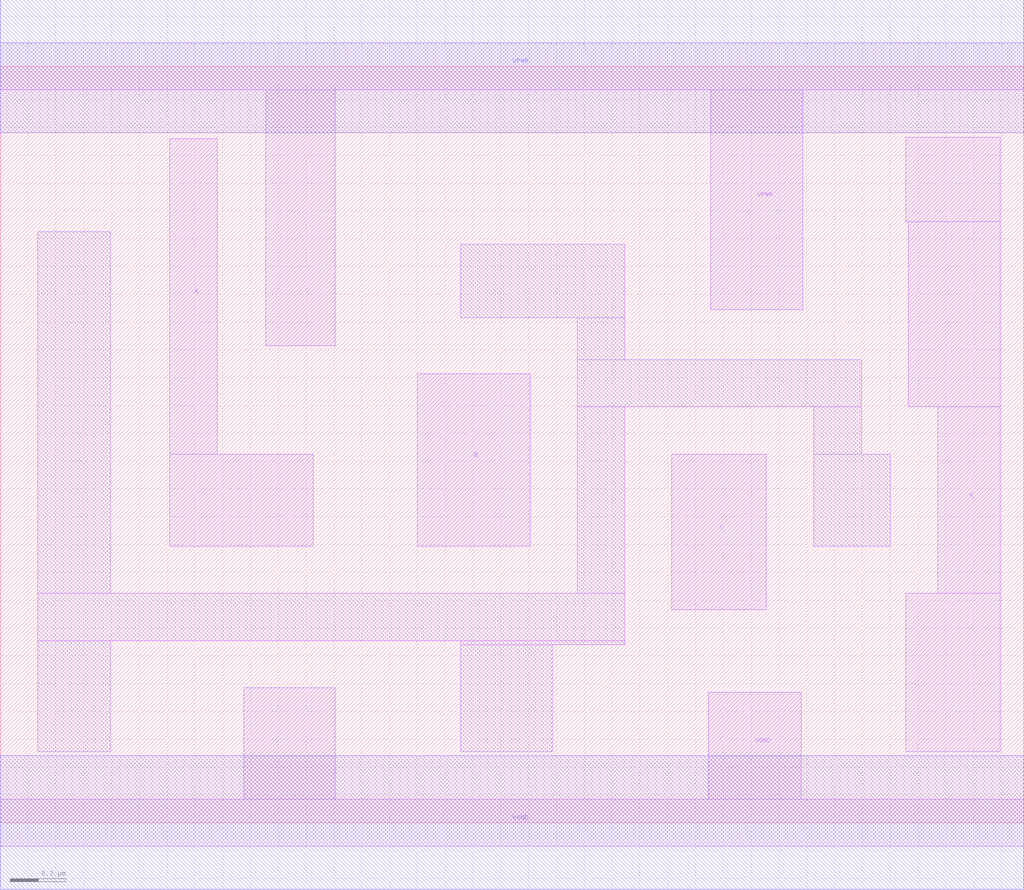
<source format=lef>
# Copyright 2020 The SkyWater PDK Authors
#
# Licensed under the Apache License, Version 2.0 (the "License");
# you may not use this file except in compliance with the License.
# You may obtain a copy of the License at
#
#     https://www.apache.org/licenses/LICENSE-2.0
#
# Unless required by applicable law or agreed to in writing, software
# distributed under the License is distributed on an "AS IS" BASIS,
# WITHOUT WARRANTIES OR CONDITIONS OF ANY KIND, either express or implied.
# See the License for the specific language governing permissions and
# limitations under the License.
#
# SPDX-License-Identifier: Apache-2.0

VERSION 5.5 ;
NAMESCASESENSITIVE ON ;
BUSBITCHARS "[]" ;
DIVIDERCHAR "/" ;
MACRO sky130_fd_sc_hd__maj3_1
  CLASS CORE ;
  SOURCE USER ;
  ORIGIN  0.000000  0.000000 ;
  SIZE  3.680000 BY  2.720000 ;
  SYMMETRY X Y R90 ;
  SITE unithd ;
  PIN A
    ANTENNAGATEAREA  0.252000 ;
    DIRECTION INPUT ;
    USE SIGNAL ;
    PORT
      LAYER li1 ;
        RECT 0.610000 0.995000 1.125000 1.325000 ;
        RECT 0.610000 1.325000 0.780000 2.460000 ;
    END
  END A
  PIN B
    ANTENNAGATEAREA  0.252000 ;
    DIRECTION INPUT ;
    USE SIGNAL ;
    PORT
      LAYER li1 ;
        RECT 1.500000 0.995000 1.905000 1.615000 ;
    END
  END B
  PIN C
    ANTENNAGATEAREA  0.252000 ;
    DIRECTION INPUT ;
    USE SIGNAL ;
    PORT
      LAYER li1 ;
        RECT 2.415000 0.765000 2.755000 1.325000 ;
    END
  END C
  PIN X
    ANTENNADIFFAREA  0.602250 ;
    DIRECTION OUTPUT ;
    USE SIGNAL ;
    PORT
      LAYER li1 ;
        RECT 3.255000 0.255000 3.595000 0.825000 ;
        RECT 3.255000 2.160000 3.595000 2.465000 ;
        RECT 3.265000 1.495000 3.595000 2.160000 ;
        RECT 3.370000 0.825000 3.595000 1.495000 ;
    END
  END X
  PIN VGND
    DIRECTION INOUT ;
    SHAPE ABUTMENT ;
    USE GROUND ;
    PORT
      LAYER li1 ;
        RECT 0.000000 -0.085000 3.680000 0.085000 ;
        RECT 0.875000  0.085000 1.205000 0.485000 ;
        RECT 2.545000  0.085000 2.880000 0.470000 ;
    END
    PORT
      LAYER met1 ;
        RECT 0.000000 -0.240000 3.680000 0.240000 ;
    END
  END VGND
  PIN VPWR
    DIRECTION INOUT ;
    SHAPE ABUTMENT ;
    USE POWER ;
    PORT
      LAYER li1 ;
        RECT 0.000000 2.635000 3.680000 2.805000 ;
        RECT 0.955000 1.715000 1.205000 2.635000 ;
        RECT 2.555000 1.845000 2.885000 2.635000 ;
    END
    PORT
      LAYER met1 ;
        RECT 0.000000 2.480000 3.680000 2.960000 ;
    END
  END VPWR
  OBS
    LAYER li1 ;
      RECT 0.135000 0.255000 0.395000 0.655000 ;
      RECT 0.135000 0.655000 2.245000 0.825000 ;
      RECT 0.135000 0.825000 0.395000 2.125000 ;
      RECT 1.655000 0.255000 1.985000 0.640000 ;
      RECT 1.655000 0.640000 2.245000 0.655000 ;
      RECT 1.655000 1.815000 2.245000 2.080000 ;
      RECT 2.075000 0.825000 2.245000 1.495000 ;
      RECT 2.075000 1.495000 3.095000 1.665000 ;
      RECT 2.075000 1.665000 2.245000 1.815000 ;
      RECT 2.925000 0.995000 3.200000 1.325000 ;
      RECT 2.925000 1.325000 3.095000 1.495000 ;
  END
END sky130_fd_sc_hd__maj3_1

</source>
